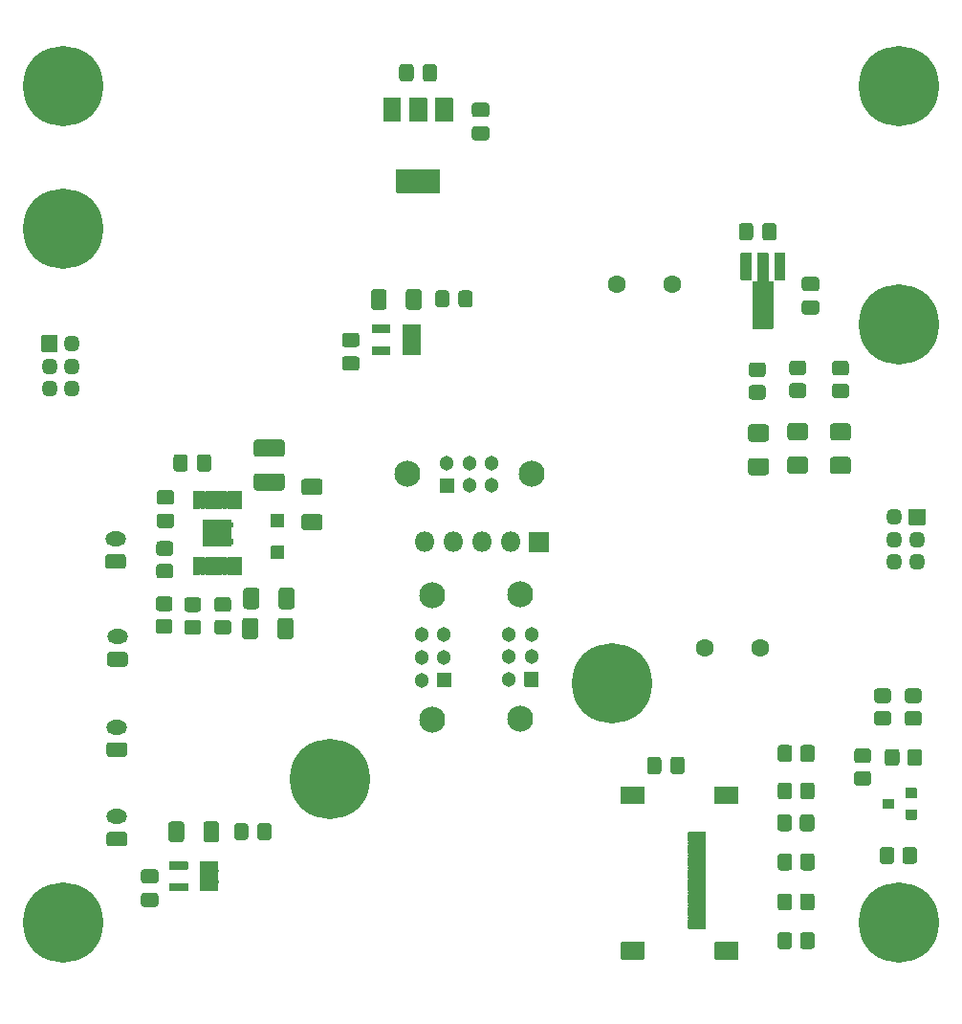
<source format=gbr>
G04 #@! TF.GenerationSoftware,KiCad,Pcbnew,(5.1.9)-1*
G04 #@! TF.CreationDate,2021-07-15T19:39:11-04:00*
G04 #@! TF.ProjectId,payload2020_base_board,7061796c-6f61-4643-9230-32305f626173,rev?*
G04 #@! TF.SameCoordinates,Original*
G04 #@! TF.FileFunction,Soldermask,Top*
G04 #@! TF.FilePolarity,Negative*
%FSLAX46Y46*%
G04 Gerber Fmt 4.6, Leading zero omitted, Abs format (unit mm)*
G04 Created by KiCad (PCBNEW (5.1.9)-1) date 2021-07-15 19:39:11*
%MOMM*%
%LPD*%
G01*
G04 APERTURE LIST*
%ADD10C,0.100000*%
%ADD11O,1.452000X1.452000*%
%ADD12C,7.102000*%
%ADD13C,1.602000*%
%ADD14O,1.852000X1.302000*%
%ADD15C,2.302000*%
%ADD16C,1.302000*%
%ADD17O,1.802000X1.802000*%
G04 APERTURE END LIST*
D10*
G36*
X120744620Y-111929000D02*
G01*
X120844620Y-111929000D01*
X120844620Y-112279000D01*
X120744620Y-112279000D01*
X120744620Y-111929000D01*
G37*
X120744620Y-111929000D02*
X120844620Y-111929000D01*
X120844620Y-112279000D01*
X120744620Y-112279000D01*
X120744620Y-111929000D01*
G36*
X120744620Y-110829000D02*
G01*
X120844620Y-110829000D01*
X120844620Y-110479000D01*
X120744620Y-110479000D01*
X120744620Y-110829000D01*
G37*
X120744620Y-110829000D02*
X120844620Y-110829000D01*
X120844620Y-110479000D01*
X120744620Y-110479000D01*
X120744620Y-110829000D01*
G36*
X118284620Y-110829000D02*
G01*
X118184620Y-110829000D01*
X118184620Y-110479000D01*
X118284620Y-110479000D01*
X118284620Y-110829000D01*
G37*
X118284620Y-110829000D02*
X118184620Y-110829000D01*
X118184620Y-110479000D01*
X118284620Y-110479000D01*
X118284620Y-110829000D01*
G36*
X118284620Y-111929000D02*
G01*
X118184620Y-111929000D01*
X118184620Y-112279000D01*
X118284620Y-112279000D01*
X118284620Y-111929000D01*
G37*
X118284620Y-111929000D02*
X118184620Y-111929000D01*
X118184620Y-112279000D01*
X118284620Y-112279000D01*
X118284620Y-111929000D01*
G36*
X120744620Y-111929000D02*
G01*
X120844620Y-111929000D01*
X120844620Y-112279000D01*
X120744620Y-112279000D01*
X120744620Y-111929000D01*
G37*
X120744620Y-111929000D02*
X120844620Y-111929000D01*
X120844620Y-112279000D01*
X120744620Y-112279000D01*
X120744620Y-111929000D01*
G36*
X120744620Y-110829000D02*
G01*
X120844620Y-110829000D01*
X120844620Y-110479000D01*
X120744620Y-110479000D01*
X120744620Y-110829000D01*
G37*
X120744620Y-110829000D02*
X120844620Y-110829000D01*
X120844620Y-110479000D01*
X120744620Y-110479000D01*
X120744620Y-110829000D01*
G36*
X118284620Y-110829000D02*
G01*
X118184620Y-110829000D01*
X118184620Y-110479000D01*
X118284620Y-110479000D01*
X118284620Y-110829000D01*
G37*
X118284620Y-110829000D02*
X118184620Y-110829000D01*
X118184620Y-110479000D01*
X118284620Y-110479000D01*
X118284620Y-110829000D01*
G36*
X118284620Y-111929000D02*
G01*
X118184620Y-111929000D01*
X118184620Y-112279000D01*
X118284620Y-112279000D01*
X118284620Y-111929000D01*
G37*
X118284620Y-111929000D02*
X118184620Y-111929000D01*
X118184620Y-112279000D01*
X118284620Y-112279000D01*
X118284620Y-111929000D01*
G36*
G01*
X180747000Y-110641000D02*
X180747000Y-109291000D01*
G75*
G02*
X180798000Y-109240000I51000J0D01*
G01*
X182148000Y-109240000D01*
G75*
G02*
X182199000Y-109291000I0J-51000D01*
G01*
X182199000Y-110641000D01*
G75*
G02*
X182148000Y-110692000I-51000J0D01*
G01*
X180798000Y-110692000D01*
G75*
G02*
X180747000Y-110641000I0J51000D01*
G01*
G37*
D11*
X181473000Y-111966000D03*
X181473000Y-113966000D03*
X179473000Y-109966000D03*
X179473000Y-111966000D03*
X179473000Y-113966000D03*
X106654600Y-98628200D03*
X106654600Y-96628200D03*
X106654600Y-94628200D03*
X104654600Y-98628200D03*
X104654600Y-96628200D03*
G36*
G01*
X103928600Y-95303200D02*
X103928600Y-93953200D01*
G75*
G02*
X103979600Y-93902200I51000J0D01*
G01*
X105329600Y-93902200D01*
G75*
G02*
X105380600Y-93953200I0J-51000D01*
G01*
X105380600Y-95303200D01*
G75*
G02*
X105329600Y-95354200I-51000J0D01*
G01*
X103979600Y-95354200D01*
G75*
G02*
X103928600Y-95303200I0J51000D01*
G01*
G37*
G36*
G01*
X127207242Y-109713400D02*
X128570758Y-109713400D01*
G75*
G02*
X128840000Y-109982642I0J-269242D01*
G01*
X128840000Y-110871158D01*
G75*
G02*
X128570758Y-111140400I-269242J0D01*
G01*
X127207242Y-111140400D01*
G75*
G02*
X126938000Y-110871158I0J269242D01*
G01*
X126938000Y-109982642D01*
G75*
G02*
X127207242Y-109713400I269242J0D01*
G01*
G37*
G36*
G01*
X127207242Y-106588400D02*
X128570758Y-106588400D01*
G75*
G02*
X128840000Y-106857642I0J-269242D01*
G01*
X128840000Y-107746158D01*
G75*
G02*
X128570758Y-108015400I-269242J0D01*
G01*
X127207242Y-108015400D01*
G75*
G02*
X126938000Y-107746158I0J269242D01*
G01*
X126938000Y-106857642D01*
G75*
G02*
X127207242Y-106588400I269242J0D01*
G01*
G37*
G36*
G01*
X123141500Y-119155442D02*
X123141500Y-120518958D01*
G75*
G02*
X122872258Y-120788200I-269242J0D01*
G01*
X121983742Y-120788200D01*
G75*
G02*
X121714500Y-120518958I0J269242D01*
G01*
X121714500Y-119155442D01*
G75*
G02*
X121983742Y-118886200I269242J0D01*
G01*
X122872258Y-118886200D01*
G75*
G02*
X123141500Y-119155442I0J-269242D01*
G01*
G37*
G36*
G01*
X126266500Y-119155442D02*
X126266500Y-120518958D01*
G75*
G02*
X125997258Y-120788200I-269242J0D01*
G01*
X125108742Y-120788200D01*
G75*
G02*
X124839500Y-120518958I0J269242D01*
G01*
X124839500Y-119155442D01*
G75*
G02*
X125108742Y-118886200I269242J0D01*
G01*
X125997258Y-118886200D01*
G75*
G02*
X126266500Y-119155442I0J-269242D01*
G01*
G37*
G36*
G01*
X123243100Y-116488442D02*
X123243100Y-117851958D01*
G75*
G02*
X122973858Y-118121200I-269242J0D01*
G01*
X122085342Y-118121200D01*
G75*
G02*
X121816100Y-117851958I0J269242D01*
G01*
X121816100Y-116488442D01*
G75*
G02*
X122085342Y-116219200I269242J0D01*
G01*
X122973858Y-116219200D01*
G75*
G02*
X123243100Y-116488442I0J-269242D01*
G01*
G37*
G36*
G01*
X126368100Y-116488442D02*
X126368100Y-117851958D01*
G75*
G02*
X126098858Y-118121200I-269242J0D01*
G01*
X125210342Y-118121200D01*
G75*
G02*
X124941100Y-117851958I0J269242D01*
G01*
X124941100Y-116488442D01*
G75*
G02*
X125210342Y-116219200I269242J0D01*
G01*
X126098858Y-116219200D01*
G75*
G02*
X126368100Y-116488442I0J-269242D01*
G01*
G37*
G36*
G01*
X136210680Y-91382646D02*
X136210680Y-90069874D01*
G75*
G02*
X136480294Y-89800260I269614J0D01*
G01*
X137343066Y-89800260D01*
G75*
G02*
X137612680Y-90069874I0J-269614D01*
G01*
X137612680Y-91382646D01*
G75*
G02*
X137343066Y-91652260I-269614J0D01*
G01*
X136480294Y-91652260D01*
G75*
G02*
X136210680Y-91382646I0J269614D01*
G01*
G37*
G36*
G01*
X133110680Y-91382646D02*
X133110680Y-90069874D01*
G75*
G02*
X133380294Y-89800260I269614J0D01*
G01*
X134243066Y-89800260D01*
G75*
G02*
X134512680Y-90069874I0J-269614D01*
G01*
X134512680Y-91382646D01*
G75*
G02*
X134243066Y-91652260I-269614J0D01*
G01*
X133380294Y-91652260D01*
G75*
G02*
X133110680Y-91382646I0J269614D01*
G01*
G37*
G36*
G01*
X118280820Y-138476786D02*
X118280820Y-137164014D01*
G75*
G02*
X118550434Y-136894400I269614J0D01*
G01*
X119413206Y-136894400D01*
G75*
G02*
X119682820Y-137164014I0J-269614D01*
G01*
X119682820Y-138476786D01*
G75*
G02*
X119413206Y-138746400I-269614J0D01*
G01*
X118550434Y-138746400D01*
G75*
G02*
X118280820Y-138476786I0J269614D01*
G01*
G37*
G36*
G01*
X115180820Y-138476786D02*
X115180820Y-137164014D01*
G75*
G02*
X115450434Y-136894400I269614J0D01*
G01*
X116313206Y-136894400D01*
G75*
G02*
X116582820Y-137164014I0J-269614D01*
G01*
X116582820Y-138476786D01*
G75*
G02*
X116313206Y-138746400I-269614J0D01*
G01*
X115450434Y-138746400D01*
G75*
G02*
X115180820Y-138476786I0J269614D01*
G01*
G37*
D12*
X179854000Y-145818000D03*
X179854000Y-71818000D03*
X179854000Y-92948000D03*
X105854000Y-71818000D03*
X129494000Y-133138000D03*
G36*
G01*
X174208748Y-96155000D02*
X175168252Y-96155000D01*
G75*
G02*
X175439500Y-96426248I0J-271248D01*
G01*
X175439500Y-97185752D01*
G75*
G02*
X175168252Y-97457000I-271248J0D01*
G01*
X174208748Y-97457000D01*
G75*
G02*
X173937500Y-97185752I0J271248D01*
G01*
X173937500Y-96426248D01*
G75*
G02*
X174208748Y-96155000I271248J0D01*
G01*
G37*
G36*
G01*
X174208748Y-98155000D02*
X175168252Y-98155000D01*
G75*
G02*
X175439500Y-98426248I0J-271248D01*
G01*
X175439500Y-99185752D01*
G75*
G02*
X175168252Y-99457000I-271248J0D01*
G01*
X174208748Y-99457000D01*
G75*
G02*
X173937500Y-99185752I0J271248D01*
G01*
X173937500Y-98426248D01*
G75*
G02*
X174208748Y-98155000I271248J0D01*
G01*
G37*
G36*
G01*
X161242000Y-137805000D02*
X162742000Y-137805000D01*
G75*
G02*
X162793000Y-137856000I0J-51000D01*
G01*
X162793000Y-138656000D01*
G75*
G02*
X162742000Y-138707000I-51000J0D01*
G01*
X161242000Y-138707000D01*
G75*
G02*
X161191000Y-138656000I0J51000D01*
G01*
X161191000Y-137856000D01*
G75*
G02*
X161242000Y-137805000I51000J0D01*
G01*
G37*
G36*
G01*
X161242000Y-138905000D02*
X162742000Y-138905000D01*
G75*
G02*
X162793000Y-138956000I0J-51000D01*
G01*
X162793000Y-139756000D01*
G75*
G02*
X162742000Y-139807000I-51000J0D01*
G01*
X161242000Y-139807000D01*
G75*
G02*
X161191000Y-139756000I0J51000D01*
G01*
X161191000Y-138956000D01*
G75*
G02*
X161242000Y-138905000I51000J0D01*
G01*
G37*
G36*
G01*
X161242000Y-140015000D02*
X162742000Y-140015000D01*
G75*
G02*
X162793000Y-140066000I0J-51000D01*
G01*
X162793000Y-140866000D01*
G75*
G02*
X162742000Y-140917000I-51000J0D01*
G01*
X161242000Y-140917000D01*
G75*
G02*
X161191000Y-140866000I0J51000D01*
G01*
X161191000Y-140066000D01*
G75*
G02*
X161242000Y-140015000I51000J0D01*
G01*
G37*
G36*
G01*
X161242000Y-141105000D02*
X162742000Y-141105000D01*
G75*
G02*
X162793000Y-141156000I0J-51000D01*
G01*
X162793000Y-141956000D01*
G75*
G02*
X162742000Y-142007000I-51000J0D01*
G01*
X161242000Y-142007000D01*
G75*
G02*
X161191000Y-141956000I0J51000D01*
G01*
X161191000Y-141156000D01*
G75*
G02*
X161242000Y-141105000I51000J0D01*
G01*
G37*
G36*
G01*
X161232000Y-142205000D02*
X162732000Y-142205000D01*
G75*
G02*
X162783000Y-142256000I0J-51000D01*
G01*
X162783000Y-143056000D01*
G75*
G02*
X162732000Y-143107000I-51000J0D01*
G01*
X161232000Y-143107000D01*
G75*
G02*
X161181000Y-143056000I0J51000D01*
G01*
X161181000Y-142256000D01*
G75*
G02*
X161232000Y-142205000I51000J0D01*
G01*
G37*
G36*
G01*
X161242000Y-143305000D02*
X162742000Y-143305000D01*
G75*
G02*
X162793000Y-143356000I0J-51000D01*
G01*
X162793000Y-144156000D01*
G75*
G02*
X162742000Y-144207000I-51000J0D01*
G01*
X161242000Y-144207000D01*
G75*
G02*
X161191000Y-144156000I0J51000D01*
G01*
X161191000Y-143356000D01*
G75*
G02*
X161242000Y-143305000I51000J0D01*
G01*
G37*
G36*
G01*
X161242000Y-144405000D02*
X162742000Y-144405000D01*
G75*
G02*
X162793000Y-144456000I0J-51000D01*
G01*
X162793000Y-145256000D01*
G75*
G02*
X162742000Y-145307000I-51000J0D01*
G01*
X161242000Y-145307000D01*
G75*
G02*
X161191000Y-145256000I0J51000D01*
G01*
X161191000Y-144456000D01*
G75*
G02*
X161242000Y-144405000I51000J0D01*
G01*
G37*
G36*
G01*
X161242000Y-145505000D02*
X162742000Y-145505000D01*
G75*
G02*
X162793000Y-145556000I0J-51000D01*
G01*
X162793000Y-146356000D01*
G75*
G02*
X162742000Y-146407000I-51000J0D01*
G01*
X161242000Y-146407000D01*
G75*
G02*
X161191000Y-146356000I0J51000D01*
G01*
X161191000Y-145556000D01*
G75*
G02*
X161242000Y-145505000I51000J0D01*
G01*
G37*
G36*
G01*
X155292000Y-147560000D02*
X157292000Y-147560000D01*
G75*
G02*
X157343000Y-147611000I0J-51000D01*
G01*
X157343000Y-149061000D01*
G75*
G02*
X157292000Y-149112000I-51000J0D01*
G01*
X155292000Y-149112000D01*
G75*
G02*
X155241000Y-149061000I0J51000D01*
G01*
X155241000Y-147611000D01*
G75*
G02*
X155292000Y-147560000I51000J0D01*
G01*
G37*
G36*
G01*
X155292000Y-133810000D02*
X157292000Y-133810000D01*
G75*
G02*
X157343000Y-133861000I0J-51000D01*
G01*
X157343000Y-135311000D01*
G75*
G02*
X157292000Y-135362000I-51000J0D01*
G01*
X155292000Y-135362000D01*
G75*
G02*
X155241000Y-135311000I0J51000D01*
G01*
X155241000Y-133861000D01*
G75*
G02*
X155292000Y-133810000I51000J0D01*
G01*
G37*
G36*
G01*
X163592000Y-133810000D02*
X165592000Y-133810000D01*
G75*
G02*
X165643000Y-133861000I0J-51000D01*
G01*
X165643000Y-135311000D01*
G75*
G02*
X165592000Y-135362000I-51000J0D01*
G01*
X163592000Y-135362000D01*
G75*
G02*
X163541000Y-135311000I0J51000D01*
G01*
X163541000Y-133861000D01*
G75*
G02*
X163592000Y-133810000I51000J0D01*
G01*
G37*
G36*
G01*
X163592000Y-147560000D02*
X165592000Y-147560000D01*
G75*
G02*
X165643000Y-147611000I0J-51000D01*
G01*
X165643000Y-149061000D01*
G75*
G02*
X165592000Y-149112000I-51000J0D01*
G01*
X163592000Y-149112000D01*
G75*
G02*
X163541000Y-149061000I0J51000D01*
G01*
X163541000Y-147611000D01*
G75*
G02*
X163592000Y-147560000I51000J0D01*
G01*
G37*
X154454000Y-124698000D03*
X105854000Y-145818000D03*
X105854000Y-84498000D03*
G36*
G01*
X138969440Y-70163582D02*
X138969440Y-71172178D01*
G75*
G02*
X138697738Y-71443880I-271702J0D01*
G01*
X137964142Y-71443880D01*
G75*
G02*
X137692440Y-71172178I0J271702D01*
G01*
X137692440Y-70163582D01*
G75*
G02*
X137964142Y-69891880I271702J0D01*
G01*
X138697738Y-69891880D01*
G75*
G02*
X138969440Y-70163582I0J-271702D01*
G01*
G37*
G36*
G01*
X136894440Y-70163582D02*
X136894440Y-71172178D01*
G75*
G02*
X136622738Y-71443880I-271702J0D01*
G01*
X135889142Y-71443880D01*
G75*
G02*
X135617440Y-71172178I0J271702D01*
G01*
X135617440Y-70163582D01*
G75*
G02*
X135889142Y-69891880I271702J0D01*
G01*
X136622738Y-69891880D01*
G75*
G02*
X136894440Y-70163582I0J-271702D01*
G01*
G37*
G36*
G01*
X142319902Y-73312420D02*
X143328498Y-73312420D01*
G75*
G02*
X143600200Y-73584122I0J-271702D01*
G01*
X143600200Y-74317718D01*
G75*
G02*
X143328498Y-74589420I-271702J0D01*
G01*
X142319902Y-74589420D01*
G75*
G02*
X142048200Y-74317718I0J271702D01*
G01*
X142048200Y-73584122D01*
G75*
G02*
X142319902Y-73312420I271702J0D01*
G01*
G37*
G36*
G01*
X142319902Y-75387420D02*
X143328498Y-75387420D01*
G75*
G02*
X143600200Y-75659122I0J-271702D01*
G01*
X143600200Y-76392718D01*
G75*
G02*
X143328498Y-76664420I-271702J0D01*
G01*
X142319902Y-76664420D01*
G75*
G02*
X142048200Y-76392718I0J271702D01*
G01*
X142048200Y-75659122D01*
G75*
G02*
X142319902Y-75387420I271702J0D01*
G01*
G37*
G36*
G01*
X135389540Y-79203240D02*
X139189540Y-79203240D01*
G75*
G02*
X139240540Y-79254240I0J-51000D01*
G01*
X139240540Y-81254240D01*
G75*
G02*
X139189540Y-81305240I-51000J0D01*
G01*
X135389540Y-81305240D01*
G75*
G02*
X135338540Y-81254240I0J51000D01*
G01*
X135338540Y-79254240D01*
G75*
G02*
X135389540Y-79203240I51000J0D01*
G01*
G37*
G36*
G01*
X136539540Y-72903240D02*
X138039540Y-72903240D01*
G75*
G02*
X138090540Y-72954240I0J-51000D01*
G01*
X138090540Y-74954240D01*
G75*
G02*
X138039540Y-75005240I-51000J0D01*
G01*
X136539540Y-75005240D01*
G75*
G02*
X136488540Y-74954240I0J51000D01*
G01*
X136488540Y-72954240D01*
G75*
G02*
X136539540Y-72903240I51000J0D01*
G01*
G37*
G36*
G01*
X134239540Y-72903240D02*
X135739540Y-72903240D01*
G75*
G02*
X135790540Y-72954240I0J-51000D01*
G01*
X135790540Y-74954240D01*
G75*
G02*
X135739540Y-75005240I-51000J0D01*
G01*
X134239540Y-75005240D01*
G75*
G02*
X134188540Y-74954240I0J51000D01*
G01*
X134188540Y-72954240D01*
G75*
G02*
X134239540Y-72903240I51000J0D01*
G01*
G37*
G36*
G01*
X138839540Y-72903240D02*
X140339540Y-72903240D01*
G75*
G02*
X140390540Y-72954240I0J-51000D01*
G01*
X140390540Y-74954240D01*
G75*
G02*
X140339540Y-75005240I-51000J0D01*
G01*
X138839540Y-75005240D01*
G75*
G02*
X138788540Y-74954240I0J51000D01*
G01*
X138788540Y-72954240D01*
G75*
G02*
X138839540Y-72903240I51000J0D01*
G01*
G37*
D13*
X154886000Y-89357200D03*
X159766000Y-89357200D03*
X162709200Y-121513600D03*
X167589200Y-121513600D03*
G36*
G01*
X118284620Y-110173000D02*
X120744620Y-110173000D01*
G75*
G02*
X120795620Y-110224000I0J-51000D01*
G01*
X120795620Y-112534000D01*
G75*
G02*
X120744620Y-112585000I-51000J0D01*
G01*
X118284620Y-112585000D01*
G75*
G02*
X118233620Y-112534000I0J51000D01*
G01*
X118233620Y-110224000D01*
G75*
G02*
X118284620Y-110173000I51000J0D01*
G01*
G37*
G36*
G01*
X121286854Y-113512400D02*
X121642454Y-113512400D01*
G75*
G02*
X121693454Y-113563400I0J-51000D01*
G01*
X121693454Y-115036600D01*
G75*
G02*
X121642454Y-115087600I-51000J0D01*
G01*
X121286854Y-115087600D01*
G75*
G02*
X121235854Y-115036600I0J51000D01*
G01*
X121235854Y-113563400D01*
G75*
G02*
X121286854Y-113512400I51000J0D01*
G01*
G37*
G36*
G01*
X120636843Y-113512400D02*
X120992443Y-113512400D01*
G75*
G02*
X121043443Y-113563400I0J-51000D01*
G01*
X121043443Y-115036600D01*
G75*
G02*
X120992443Y-115087600I-51000J0D01*
G01*
X120636843Y-115087600D01*
G75*
G02*
X120585843Y-115036600I0J51000D01*
G01*
X120585843Y-113563400D01*
G75*
G02*
X120636843Y-113512400I51000J0D01*
G01*
G37*
G36*
G01*
X119986831Y-113512400D02*
X120342431Y-113512400D01*
G75*
G02*
X120393431Y-113563400I0J-51000D01*
G01*
X120393431Y-115036600D01*
G75*
G02*
X120342431Y-115087600I-51000J0D01*
G01*
X119986831Y-115087600D01*
G75*
G02*
X119935831Y-115036600I0J51000D01*
G01*
X119935831Y-113563400D01*
G75*
G02*
X119986831Y-113512400I51000J0D01*
G01*
G37*
G36*
G01*
X119336820Y-113512400D02*
X119692420Y-113512400D01*
G75*
G02*
X119743420Y-113563400I0J-51000D01*
G01*
X119743420Y-115036600D01*
G75*
G02*
X119692420Y-115087600I-51000J0D01*
G01*
X119336820Y-115087600D01*
G75*
G02*
X119285820Y-115036600I0J51000D01*
G01*
X119285820Y-113563400D01*
G75*
G02*
X119336820Y-113512400I51000J0D01*
G01*
G37*
G36*
G01*
X118686809Y-113512400D02*
X119042409Y-113512400D01*
G75*
G02*
X119093409Y-113563400I0J-51000D01*
G01*
X119093409Y-115036600D01*
G75*
G02*
X119042409Y-115087600I-51000J0D01*
G01*
X118686809Y-115087600D01*
G75*
G02*
X118635809Y-115036600I0J51000D01*
G01*
X118635809Y-113563400D01*
G75*
G02*
X118686809Y-113512400I51000J0D01*
G01*
G37*
G36*
G01*
X118036797Y-113512400D02*
X118392397Y-113512400D01*
G75*
G02*
X118443397Y-113563400I0J-51000D01*
G01*
X118443397Y-115036600D01*
G75*
G02*
X118392397Y-115087600I-51000J0D01*
G01*
X118036797Y-115087600D01*
G75*
G02*
X117985797Y-115036600I0J51000D01*
G01*
X117985797Y-113563400D01*
G75*
G02*
X118036797Y-113512400I51000J0D01*
G01*
G37*
G36*
G01*
X117386786Y-113512400D02*
X117742386Y-113512400D01*
G75*
G02*
X117793386Y-113563400I0J-51000D01*
G01*
X117793386Y-115036600D01*
G75*
G02*
X117742386Y-115087600I-51000J0D01*
G01*
X117386786Y-115087600D01*
G75*
G02*
X117335786Y-115036600I0J51000D01*
G01*
X117335786Y-113563400D01*
G75*
G02*
X117386786Y-113512400I51000J0D01*
G01*
G37*
G36*
G01*
X117386786Y-107670400D02*
X117742386Y-107670400D01*
G75*
G02*
X117793386Y-107721400I0J-51000D01*
G01*
X117793386Y-109194600D01*
G75*
G02*
X117742386Y-109245600I-51000J0D01*
G01*
X117386786Y-109245600D01*
G75*
G02*
X117335786Y-109194600I0J51000D01*
G01*
X117335786Y-107721400D01*
G75*
G02*
X117386786Y-107670400I51000J0D01*
G01*
G37*
G36*
G01*
X118036797Y-107670400D02*
X118392397Y-107670400D01*
G75*
G02*
X118443397Y-107721400I0J-51000D01*
G01*
X118443397Y-109194600D01*
G75*
G02*
X118392397Y-109245600I-51000J0D01*
G01*
X118036797Y-109245600D01*
G75*
G02*
X117985797Y-109194600I0J51000D01*
G01*
X117985797Y-107721400D01*
G75*
G02*
X118036797Y-107670400I51000J0D01*
G01*
G37*
G36*
G01*
X118686809Y-107670400D02*
X119042409Y-107670400D01*
G75*
G02*
X119093409Y-107721400I0J-51000D01*
G01*
X119093409Y-109194600D01*
G75*
G02*
X119042409Y-109245600I-51000J0D01*
G01*
X118686809Y-109245600D01*
G75*
G02*
X118635809Y-109194600I0J51000D01*
G01*
X118635809Y-107721400D01*
G75*
G02*
X118686809Y-107670400I51000J0D01*
G01*
G37*
G36*
G01*
X119336820Y-107670400D02*
X119692420Y-107670400D01*
G75*
G02*
X119743420Y-107721400I0J-51000D01*
G01*
X119743420Y-109194600D01*
G75*
G02*
X119692420Y-109245600I-51000J0D01*
G01*
X119336820Y-109245600D01*
G75*
G02*
X119285820Y-109194600I0J51000D01*
G01*
X119285820Y-107721400D01*
G75*
G02*
X119336820Y-107670400I51000J0D01*
G01*
G37*
G36*
G01*
X119986831Y-107670400D02*
X120342431Y-107670400D01*
G75*
G02*
X120393431Y-107721400I0J-51000D01*
G01*
X120393431Y-109194600D01*
G75*
G02*
X120342431Y-109245600I-51000J0D01*
G01*
X119986831Y-109245600D01*
G75*
G02*
X119935831Y-109194600I0J51000D01*
G01*
X119935831Y-107721400D01*
G75*
G02*
X119986831Y-107670400I51000J0D01*
G01*
G37*
G36*
G01*
X120636843Y-107670400D02*
X120992443Y-107670400D01*
G75*
G02*
X121043443Y-107721400I0J-51000D01*
G01*
X121043443Y-109194600D01*
G75*
G02*
X120992443Y-109245600I-51000J0D01*
G01*
X120636843Y-109245600D01*
G75*
G02*
X120585843Y-109194600I0J51000D01*
G01*
X120585843Y-107721400D01*
G75*
G02*
X120636843Y-107670400I51000J0D01*
G01*
G37*
G36*
G01*
X121286854Y-107670400D02*
X121642454Y-107670400D01*
G75*
G02*
X121693454Y-107721400I0J-51000D01*
G01*
X121693454Y-109194600D01*
G75*
G02*
X121642454Y-109245600I-51000J0D01*
G01*
X121286854Y-109245600D01*
G75*
G02*
X121235854Y-109194600I0J51000D01*
G01*
X121235854Y-107721400D01*
G75*
G02*
X121286854Y-107670400I51000J0D01*
G01*
G37*
G36*
G01*
X168870340Y-86610740D02*
X169770340Y-86610740D01*
G75*
G02*
X169821340Y-86661740I0J-51000D01*
G01*
X169821340Y-88961740D01*
G75*
G02*
X169770340Y-89012740I-51000J0D01*
G01*
X168870340Y-89012740D01*
G75*
G02*
X168819340Y-88961740I0J51000D01*
G01*
X168819340Y-86661740D01*
G75*
G02*
X168870340Y-86610740I51000J0D01*
G01*
G37*
G36*
G01*
X165870340Y-86610740D02*
X166770340Y-86610740D01*
G75*
G02*
X166821340Y-86661740I0J-51000D01*
G01*
X166821340Y-88961740D01*
G75*
G02*
X166770340Y-89012740I-51000J0D01*
G01*
X165870340Y-89012740D01*
G75*
G02*
X165819340Y-88961740I0J51000D01*
G01*
X165819340Y-86661740D01*
G75*
G02*
X165870340Y-86610740I51000J0D01*
G01*
G37*
D10*
G36*
X168736860Y-93271690D02*
G01*
X168733958Y-93281257D01*
X168729245Y-93290074D01*
X168722902Y-93297802D01*
X168715174Y-93304145D01*
X168706357Y-93308858D01*
X168696790Y-93311760D01*
X168686840Y-93312740D01*
X166953840Y-93312740D01*
X166943890Y-93311760D01*
X166934323Y-93308858D01*
X166925506Y-93304145D01*
X166917778Y-93297802D01*
X166911435Y-93290074D01*
X166906722Y-93281257D01*
X166903820Y-93271690D01*
X166902840Y-93261740D01*
X166902840Y-89136740D01*
X166903820Y-89126790D01*
X166906722Y-89117223D01*
X166911435Y-89108406D01*
X166917778Y-89100678D01*
X166925506Y-89094335D01*
X166934323Y-89089622D01*
X166943890Y-89086720D01*
X166953840Y-89085740D01*
X167319340Y-89085740D01*
X167319340Y-86661740D01*
X167320320Y-86651790D01*
X167323222Y-86642223D01*
X167327935Y-86633406D01*
X167334278Y-86625678D01*
X167342006Y-86619335D01*
X167350823Y-86614622D01*
X167360390Y-86611720D01*
X167370340Y-86610740D01*
X168270340Y-86610740D01*
X168280290Y-86611720D01*
X168289857Y-86614622D01*
X168298674Y-86619335D01*
X168306402Y-86625678D01*
X168312745Y-86633406D01*
X168317458Y-86642223D01*
X168320360Y-86651790D01*
X168321340Y-86661740D01*
X168321340Y-89085740D01*
X168686840Y-89085740D01*
X168696790Y-89086720D01*
X168706357Y-89089622D01*
X168715174Y-89094335D01*
X168722902Y-89100678D01*
X168729245Y-89108406D01*
X168733958Y-89117223D01*
X168736860Y-89126790D01*
X168737840Y-89136740D01*
X168737840Y-93261740D01*
X168736860Y-93271690D01*
G37*
G36*
G01*
X134851580Y-94902219D02*
X134851580Y-95552221D01*
G75*
G02*
X134800581Y-95603220I-50999J0D01*
G01*
X133240579Y-95603220D01*
G75*
G02*
X133189580Y-95552221I0J50999D01*
G01*
X133189580Y-94902219D01*
G75*
G02*
X133240579Y-94851220I50999J0D01*
G01*
X134800581Y-94851220D01*
G75*
G02*
X134851580Y-94902219I0J-50999D01*
G01*
G37*
G36*
G01*
X134851580Y-93002219D02*
X134851580Y-93652221D01*
G75*
G02*
X134800581Y-93703220I-50999J0D01*
G01*
X133240579Y-93703220D01*
G75*
G02*
X133189580Y-93652221I0J50999D01*
G01*
X133189580Y-93002219D01*
G75*
G02*
X133240579Y-92951220I50999J0D01*
G01*
X134800581Y-92951220D01*
G75*
G02*
X134851580Y-93002219I0J-50999D01*
G01*
G37*
G36*
G01*
X137551580Y-93002219D02*
X137551580Y-93652221D01*
G75*
G02*
X137500581Y-93703220I-50999J0D01*
G01*
X135940579Y-93703220D01*
G75*
G02*
X135889580Y-93652221I0J50999D01*
G01*
X135889580Y-93002219D01*
G75*
G02*
X135940579Y-92951220I50999J0D01*
G01*
X137500581Y-92951220D01*
G75*
G02*
X137551580Y-93002219I0J-50999D01*
G01*
G37*
G36*
G01*
X137551580Y-93952219D02*
X137551580Y-94602221D01*
G75*
G02*
X137500581Y-94653220I-50999J0D01*
G01*
X135940579Y-94653220D01*
G75*
G02*
X135889580Y-94602221I0J50999D01*
G01*
X135889580Y-93952219D01*
G75*
G02*
X135940579Y-93901220I50999J0D01*
G01*
X137500581Y-93901220D01*
G75*
G02*
X137551580Y-93952219I0J-50999D01*
G01*
G37*
G36*
G01*
X137551580Y-94902219D02*
X137551580Y-95552221D01*
G75*
G02*
X137500581Y-95603220I-50999J0D01*
G01*
X135940579Y-95603220D01*
G75*
G02*
X135889580Y-95552221I0J50999D01*
G01*
X135889580Y-94902219D01*
G75*
G02*
X135940579Y-94851220I50999J0D01*
G01*
X137500581Y-94851220D01*
G75*
G02*
X137551580Y-94902219I0J-50999D01*
G01*
G37*
G36*
G01*
X116919180Y-142384939D02*
X116919180Y-143034941D01*
G75*
G02*
X116868181Y-143085940I-50999J0D01*
G01*
X115308179Y-143085940D01*
G75*
G02*
X115257180Y-143034941I0J50999D01*
G01*
X115257180Y-142384939D01*
G75*
G02*
X115308179Y-142333940I50999J0D01*
G01*
X116868181Y-142333940D01*
G75*
G02*
X116919180Y-142384939I0J-50999D01*
G01*
G37*
G36*
G01*
X116919180Y-140484939D02*
X116919180Y-141134941D01*
G75*
G02*
X116868181Y-141185940I-50999J0D01*
G01*
X115308179Y-141185940D01*
G75*
G02*
X115257180Y-141134941I0J50999D01*
G01*
X115257180Y-140484939D01*
G75*
G02*
X115308179Y-140433940I50999J0D01*
G01*
X116868181Y-140433940D01*
G75*
G02*
X116919180Y-140484939I0J-50999D01*
G01*
G37*
G36*
G01*
X119619180Y-140484939D02*
X119619180Y-141134941D01*
G75*
G02*
X119568181Y-141185940I-50999J0D01*
G01*
X118008179Y-141185940D01*
G75*
G02*
X117957180Y-141134941I0J50999D01*
G01*
X117957180Y-140484939D01*
G75*
G02*
X118008179Y-140433940I50999J0D01*
G01*
X119568181Y-140433940D01*
G75*
G02*
X119619180Y-140484939I0J-50999D01*
G01*
G37*
G36*
G01*
X119619180Y-141434939D02*
X119619180Y-142084941D01*
G75*
G02*
X119568181Y-142135940I-50999J0D01*
G01*
X118008179Y-142135940D01*
G75*
G02*
X117957180Y-142084941I0J50999D01*
G01*
X117957180Y-141434939D01*
G75*
G02*
X118008179Y-141383940I50999J0D01*
G01*
X119568181Y-141383940D01*
G75*
G02*
X119619180Y-141434939I0J-50999D01*
G01*
G37*
G36*
G01*
X119619180Y-142384939D02*
X119619180Y-143034941D01*
G75*
G02*
X119568181Y-143085940I-50999J0D01*
G01*
X118008179Y-143085940D01*
G75*
G02*
X117957180Y-143034941I0J50999D01*
G01*
X117957180Y-142384939D01*
G75*
G02*
X118008179Y-142333940I50999J0D01*
G01*
X119568181Y-142333940D01*
G75*
G02*
X119619180Y-142384939I0J-50999D01*
G01*
G37*
G36*
G01*
X181609692Y-126435100D02*
X180650188Y-126435100D01*
G75*
G02*
X180378940Y-126163852I0J271248D01*
G01*
X180378940Y-125404348D01*
G75*
G02*
X180650188Y-125133100I271248J0D01*
G01*
X181609692Y-125133100D01*
G75*
G02*
X181880940Y-125404348I0J-271248D01*
G01*
X181880940Y-126163852D01*
G75*
G02*
X181609692Y-126435100I-271248J0D01*
G01*
G37*
G36*
G01*
X181609692Y-128435100D02*
X180650188Y-128435100D01*
G75*
G02*
X180378940Y-128163852I0J271248D01*
G01*
X180378940Y-127404348D01*
G75*
G02*
X180650188Y-127133100I271248J0D01*
G01*
X181609692Y-127133100D01*
G75*
G02*
X181880940Y-127404348I0J-271248D01*
G01*
X181880940Y-128163852D01*
G75*
G02*
X181609692Y-128435100I-271248J0D01*
G01*
G37*
G36*
G01*
X177940008Y-127120400D02*
X178899512Y-127120400D01*
G75*
G02*
X179170760Y-127391648I0J-271248D01*
G01*
X179170760Y-128151152D01*
G75*
G02*
X178899512Y-128422400I-271248J0D01*
G01*
X177940008Y-128422400D01*
G75*
G02*
X177668760Y-128151152I0J271248D01*
G01*
X177668760Y-127391648D01*
G75*
G02*
X177940008Y-127120400I271248J0D01*
G01*
G37*
G36*
G01*
X177940008Y-125120400D02*
X178899512Y-125120400D01*
G75*
G02*
X179170760Y-125391648I0J-271248D01*
G01*
X179170760Y-126151152D01*
G75*
G02*
X178899512Y-126422400I-271248J0D01*
G01*
X177940008Y-126422400D01*
G75*
G02*
X177668760Y-126151152I0J271248D01*
G01*
X177668760Y-125391648D01*
G75*
G02*
X177940008Y-125120400I271248J0D01*
G01*
G37*
G36*
G01*
X171117520Y-140962072D02*
X171117520Y-140002568D01*
G75*
G02*
X171388768Y-139731320I271248J0D01*
G01*
X172148272Y-139731320D01*
G75*
G02*
X172419520Y-140002568I0J-271248D01*
G01*
X172419520Y-140962072D01*
G75*
G02*
X172148272Y-141233320I-271248J0D01*
G01*
X171388768Y-141233320D01*
G75*
G02*
X171117520Y-140962072I0J271248D01*
G01*
G37*
G36*
G01*
X169117520Y-140962072D02*
X169117520Y-140002568D01*
G75*
G02*
X169388768Y-139731320I271248J0D01*
G01*
X170148272Y-139731320D01*
G75*
G02*
X170419520Y-140002568I0J-271248D01*
G01*
X170419520Y-140962072D01*
G75*
G02*
X170148272Y-141233320I-271248J0D01*
G01*
X169388768Y-141233320D01*
G75*
G02*
X169117520Y-140962072I0J271248D01*
G01*
G37*
G36*
G01*
X169111420Y-131368492D02*
X169111420Y-130408988D01*
G75*
G02*
X169382668Y-130137740I271248J0D01*
G01*
X170142172Y-130137740D01*
G75*
G02*
X170413420Y-130408988I0J-271248D01*
G01*
X170413420Y-131368492D01*
G75*
G02*
X170142172Y-131639740I-271248J0D01*
G01*
X169382668Y-131639740D01*
G75*
G02*
X169111420Y-131368492I0J271248D01*
G01*
G37*
G36*
G01*
X171111420Y-131368492D02*
X171111420Y-130408988D01*
G75*
G02*
X171382668Y-130137740I271248J0D01*
G01*
X172142172Y-130137740D01*
G75*
G02*
X172413420Y-130408988I0J-271248D01*
G01*
X172413420Y-131368492D01*
G75*
G02*
X172142172Y-131639740I-271248J0D01*
G01*
X171382668Y-131639740D01*
G75*
G02*
X171111420Y-131368492I0J271248D01*
G01*
G37*
G36*
G01*
X171102280Y-147926752D02*
X171102280Y-146967248D01*
G75*
G02*
X171373528Y-146696000I271248J0D01*
G01*
X172133032Y-146696000D01*
G75*
G02*
X172404280Y-146967248I0J-271248D01*
G01*
X172404280Y-147926752D01*
G75*
G02*
X172133032Y-148198000I-271248J0D01*
G01*
X171373528Y-148198000D01*
G75*
G02*
X171102280Y-147926752I0J271248D01*
G01*
G37*
G36*
G01*
X169102280Y-147926752D02*
X169102280Y-146967248D01*
G75*
G02*
X169373528Y-146696000I271248J0D01*
G01*
X170133032Y-146696000D01*
G75*
G02*
X170404280Y-146967248I0J-271248D01*
G01*
X170404280Y-147926752D01*
G75*
G02*
X170133032Y-148198000I-271248J0D01*
G01*
X169373528Y-148198000D01*
G75*
G02*
X169102280Y-147926752I0J271248D01*
G01*
G37*
G36*
G01*
X171102280Y-144497752D02*
X171102280Y-143538248D01*
G75*
G02*
X171373528Y-143267000I271248J0D01*
G01*
X172133032Y-143267000D01*
G75*
G02*
X172404280Y-143538248I0J-271248D01*
G01*
X172404280Y-144497752D01*
G75*
G02*
X172133032Y-144769000I-271248J0D01*
G01*
X171373528Y-144769000D01*
G75*
G02*
X171102280Y-144497752I0J271248D01*
G01*
G37*
G36*
G01*
X169102280Y-144497752D02*
X169102280Y-143538248D01*
G75*
G02*
X169373528Y-143267000I271248J0D01*
G01*
X170133032Y-143267000D01*
G75*
G02*
X170404280Y-143538248I0J-271248D01*
G01*
X170404280Y-144497752D01*
G75*
G02*
X170133032Y-144769000I-271248J0D01*
G01*
X169373528Y-144769000D01*
G75*
G02*
X169102280Y-144497752I0J271248D01*
G01*
G37*
G36*
G01*
X169079420Y-137500052D02*
X169079420Y-136540548D01*
G75*
G02*
X169350668Y-136269300I271248J0D01*
G01*
X170110172Y-136269300D01*
G75*
G02*
X170381420Y-136540548I0J-271248D01*
G01*
X170381420Y-137500052D01*
G75*
G02*
X170110172Y-137771300I-271248J0D01*
G01*
X169350668Y-137771300D01*
G75*
G02*
X169079420Y-137500052I0J271248D01*
G01*
G37*
G36*
G01*
X171079420Y-137500052D02*
X171079420Y-136540548D01*
G75*
G02*
X171350668Y-136269300I271248J0D01*
G01*
X172110172Y-136269300D01*
G75*
G02*
X172381420Y-136540548I0J-271248D01*
G01*
X172381420Y-137500052D01*
G75*
G02*
X172110172Y-137771300I-271248J0D01*
G01*
X171350668Y-137771300D01*
G75*
G02*
X171079420Y-137500052I0J271248D01*
G01*
G37*
G36*
G01*
X169111420Y-134683192D02*
X169111420Y-133723688D01*
G75*
G02*
X169382668Y-133452440I271248J0D01*
G01*
X170142172Y-133452440D01*
G75*
G02*
X170413420Y-133723688I0J-271248D01*
G01*
X170413420Y-134683192D01*
G75*
G02*
X170142172Y-134954440I-271248J0D01*
G01*
X169382668Y-134954440D01*
G75*
G02*
X169111420Y-134683192I0J271248D01*
G01*
G37*
G36*
G01*
X171111420Y-134683192D02*
X171111420Y-133723688D01*
G75*
G02*
X171382668Y-133452440I271248J0D01*
G01*
X172142172Y-133452440D01*
G75*
G02*
X172413420Y-133723688I0J-271248D01*
G01*
X172413420Y-134683192D01*
G75*
G02*
X172142172Y-134954440I-271248J0D01*
G01*
X171382668Y-134954440D01*
G75*
G02*
X171111420Y-134683192I0J271248D01*
G01*
G37*
G36*
G01*
X114323168Y-116999260D02*
X115282672Y-116999260D01*
G75*
G02*
X115553920Y-117270508I0J-271248D01*
G01*
X115553920Y-118030012D01*
G75*
G02*
X115282672Y-118301260I-271248J0D01*
G01*
X114323168Y-118301260D01*
G75*
G02*
X114051920Y-118030012I0J271248D01*
G01*
X114051920Y-117270508D01*
G75*
G02*
X114323168Y-116999260I271248J0D01*
G01*
G37*
G36*
G01*
X114323168Y-118999260D02*
X115282672Y-118999260D01*
G75*
G02*
X115553920Y-119270508I0J-271248D01*
G01*
X115553920Y-120030012D01*
G75*
G02*
X115282672Y-120301260I-271248J0D01*
G01*
X114323168Y-120301260D01*
G75*
G02*
X114051920Y-120030012I0J271248D01*
G01*
X114051920Y-119270508D01*
G75*
G02*
X114323168Y-118999260I271248J0D01*
G01*
G37*
G36*
G01*
X117815052Y-120380000D02*
X116855548Y-120380000D01*
G75*
G02*
X116584300Y-120108752I0J271248D01*
G01*
X116584300Y-119349248D01*
G75*
G02*
X116855548Y-119078000I271248J0D01*
G01*
X117815052Y-119078000D01*
G75*
G02*
X118086300Y-119349248I0J-271248D01*
G01*
X118086300Y-120108752D01*
G75*
G02*
X117815052Y-120380000I-271248J0D01*
G01*
G37*
G36*
G01*
X117815052Y-118380000D02*
X116855548Y-118380000D01*
G75*
G02*
X116584300Y-118108752I0J271248D01*
G01*
X116584300Y-117349248D01*
G75*
G02*
X116855548Y-117078000I271248J0D01*
G01*
X117815052Y-117078000D01*
G75*
G02*
X118086300Y-117349248I0J-271248D01*
G01*
X118086300Y-118108752D01*
G75*
G02*
X117815052Y-118380000I-271248J0D01*
G01*
G37*
G36*
G01*
X114386668Y-112104680D02*
X115346172Y-112104680D01*
G75*
G02*
X115617420Y-112375928I0J-271248D01*
G01*
X115617420Y-113135432D01*
G75*
G02*
X115346172Y-113406680I-271248J0D01*
G01*
X114386668Y-113406680D01*
G75*
G02*
X114115420Y-113135432I0J271248D01*
G01*
X114115420Y-112375928D01*
G75*
G02*
X114386668Y-112104680I271248J0D01*
G01*
G37*
G36*
G01*
X114386668Y-114104680D02*
X115346172Y-114104680D01*
G75*
G02*
X115617420Y-114375928I0J-271248D01*
G01*
X115617420Y-115135432D01*
G75*
G02*
X115346172Y-115406680I-271248J0D01*
G01*
X114386668Y-115406680D01*
G75*
G02*
X114115420Y-115135432I0J271248D01*
G01*
X114115420Y-114375928D01*
G75*
G02*
X114386668Y-114104680I271248J0D01*
G01*
G37*
G36*
G01*
X179461920Y-139436148D02*
X179461920Y-140395652D01*
G75*
G02*
X179190672Y-140666900I-271248J0D01*
G01*
X178431168Y-140666900D01*
G75*
G02*
X178159920Y-140395652I0J271248D01*
G01*
X178159920Y-139436148D01*
G75*
G02*
X178431168Y-139164900I271248J0D01*
G01*
X179190672Y-139164900D01*
G75*
G02*
X179461920Y-139436148I0J-271248D01*
G01*
G37*
G36*
G01*
X181461920Y-139436148D02*
X181461920Y-140395652D01*
G75*
G02*
X181190672Y-140666900I-271248J0D01*
G01*
X180431168Y-140666900D01*
G75*
G02*
X180159920Y-140395652I0J271248D01*
G01*
X180159920Y-139436148D01*
G75*
G02*
X180431168Y-139164900I271248J0D01*
G01*
X181190672Y-139164900D01*
G75*
G02*
X181461920Y-139436148I0J-271248D01*
G01*
G37*
G36*
G01*
X166842748Y-96282000D02*
X167802252Y-96282000D01*
G75*
G02*
X168073500Y-96553248I0J-271248D01*
G01*
X168073500Y-97312752D01*
G75*
G02*
X167802252Y-97584000I-271248J0D01*
G01*
X166842748Y-97584000D01*
G75*
G02*
X166571500Y-97312752I0J271248D01*
G01*
X166571500Y-96553248D01*
G75*
G02*
X166842748Y-96282000I271248J0D01*
G01*
G37*
G36*
G01*
X166842748Y-98282000D02*
X167802252Y-98282000D01*
G75*
G02*
X168073500Y-98553248I0J-271248D01*
G01*
X168073500Y-99312752D01*
G75*
G02*
X167802252Y-99584000I-271248J0D01*
G01*
X166842748Y-99584000D01*
G75*
G02*
X166571500Y-99312752I0J271248D01*
G01*
X166571500Y-98553248D01*
G75*
G02*
X166842748Y-98282000I271248J0D01*
G01*
G37*
G36*
G01*
X119514928Y-117068600D02*
X120474432Y-117068600D01*
G75*
G02*
X120745680Y-117339848I0J-271248D01*
G01*
X120745680Y-118099352D01*
G75*
G02*
X120474432Y-118370600I-271248J0D01*
G01*
X119514928Y-118370600D01*
G75*
G02*
X119243680Y-118099352I0J271248D01*
G01*
X119243680Y-117339848D01*
G75*
G02*
X119514928Y-117068600I271248J0D01*
G01*
G37*
G36*
G01*
X119514928Y-119068600D02*
X120474432Y-119068600D01*
G75*
G02*
X120745680Y-119339848I0J-271248D01*
G01*
X120745680Y-120099352D01*
G75*
G02*
X120474432Y-120370600I-271248J0D01*
G01*
X119514928Y-120370600D01*
G75*
G02*
X119243680Y-120099352I0J271248D01*
G01*
X119243680Y-119339848D01*
G75*
G02*
X119514928Y-119068600I271248J0D01*
G01*
G37*
G36*
G01*
X170424148Y-96129600D02*
X171383652Y-96129600D01*
G75*
G02*
X171654900Y-96400848I0J-271248D01*
G01*
X171654900Y-97160352D01*
G75*
G02*
X171383652Y-97431600I-271248J0D01*
G01*
X170424148Y-97431600D01*
G75*
G02*
X170152900Y-97160352I0J271248D01*
G01*
X170152900Y-96400848D01*
G75*
G02*
X170424148Y-96129600I271248J0D01*
G01*
G37*
G36*
G01*
X170424148Y-98129600D02*
X171383652Y-98129600D01*
G75*
G02*
X171654900Y-98400848I0J-271248D01*
G01*
X171654900Y-99160352D01*
G75*
G02*
X171383652Y-99431600I-271248J0D01*
G01*
X170424148Y-99431600D01*
G75*
G02*
X170152900Y-99160352I0J271248D01*
G01*
X170152900Y-98400848D01*
G75*
G02*
X170424148Y-98129600I271248J0D01*
G01*
G37*
G36*
G01*
X176172168Y-132445000D02*
X177131672Y-132445000D01*
G75*
G02*
X177402920Y-132716248I0J-271248D01*
G01*
X177402920Y-133475752D01*
G75*
G02*
X177131672Y-133747000I-271248J0D01*
G01*
X176172168Y-133747000D01*
G75*
G02*
X175900920Y-133475752I0J271248D01*
G01*
X175900920Y-132716248D01*
G75*
G02*
X176172168Y-132445000I271248J0D01*
G01*
G37*
G36*
G01*
X176172168Y-130445000D02*
X177131672Y-130445000D01*
G75*
G02*
X177402920Y-130716248I0J-271248D01*
G01*
X177402920Y-131475752D01*
G75*
G02*
X177131672Y-131747000I-271248J0D01*
G01*
X176172168Y-131747000D01*
G75*
G02*
X175900920Y-131475752I0J271248D01*
G01*
X175900920Y-130716248D01*
G75*
G02*
X176172168Y-130445000I271248J0D01*
G01*
G37*
G36*
G01*
X178605940Y-131719012D02*
X178605940Y-130759508D01*
G75*
G02*
X178877188Y-130488260I271248J0D01*
G01*
X179636692Y-130488260D01*
G75*
G02*
X179907940Y-130759508I0J-271248D01*
G01*
X179907940Y-131719012D01*
G75*
G02*
X179636692Y-131990260I-271248J0D01*
G01*
X178877188Y-131990260D01*
G75*
G02*
X178605940Y-131719012I0J271248D01*
G01*
G37*
G36*
G01*
X180605940Y-131719012D02*
X180605940Y-130759508D01*
G75*
G02*
X180877188Y-130488260I271248J0D01*
G01*
X181636692Y-130488260D01*
G75*
G02*
X181907940Y-130759508I0J-271248D01*
G01*
X181907940Y-131719012D01*
G75*
G02*
X181636692Y-131990260I-271248J0D01*
G01*
X180877188Y-131990260D01*
G75*
G02*
X180605940Y-131719012I0J271248D01*
G01*
G37*
G36*
G01*
X181450600Y-135896400D02*
X181450600Y-136696400D01*
G75*
G02*
X181399600Y-136747400I-51000J0D01*
G01*
X180499600Y-136747400D01*
G75*
G02*
X180448600Y-136696400I0J51000D01*
G01*
X180448600Y-135896400D01*
G75*
G02*
X180499600Y-135845400I51000J0D01*
G01*
X181399600Y-135845400D01*
G75*
G02*
X181450600Y-135896400I0J-51000D01*
G01*
G37*
G36*
G01*
X181450600Y-133996400D02*
X181450600Y-134796400D01*
G75*
G02*
X181399600Y-134847400I-51000J0D01*
G01*
X180499600Y-134847400D01*
G75*
G02*
X180448600Y-134796400I0J51000D01*
G01*
X180448600Y-133996400D01*
G75*
G02*
X180499600Y-133945400I51000J0D01*
G01*
X181399600Y-133945400D01*
G75*
G02*
X181450600Y-133996400I0J-51000D01*
G01*
G37*
G36*
G01*
X179450600Y-134946400D02*
X179450600Y-135746400D01*
G75*
G02*
X179399600Y-135797400I-51000J0D01*
G01*
X178499600Y-135797400D01*
G75*
G02*
X178448600Y-135746400I0J51000D01*
G01*
X178448600Y-134946400D01*
G75*
G02*
X178499600Y-134895400I51000J0D01*
G01*
X179399600Y-134895400D01*
G75*
G02*
X179450600Y-134946400I0J-51000D01*
G01*
G37*
G36*
G01*
X123003914Y-103124380D02*
X125220126Y-103124380D01*
G75*
G02*
X125488020Y-103392274I0J-267894D01*
G01*
X125488020Y-104383486D01*
G75*
G02*
X125220126Y-104651380I-267894J0D01*
G01*
X123003914Y-104651380D01*
G75*
G02*
X122736020Y-104383486I0J267894D01*
G01*
X122736020Y-103392274D01*
G75*
G02*
X123003914Y-103124380I267894J0D01*
G01*
G37*
G36*
G01*
X123003914Y-106099380D02*
X125220126Y-106099380D01*
G75*
G02*
X125488020Y-106367274I0J-267894D01*
G01*
X125488020Y-107358486D01*
G75*
G02*
X125220126Y-107626380I-267894J0D01*
G01*
X123003914Y-107626380D01*
G75*
G02*
X122736020Y-107358486I0J267894D01*
G01*
X122736020Y-106367274D01*
G75*
G02*
X123003914Y-106099380I267894J0D01*
G01*
G37*
D14*
X110622080Y-136463020D03*
G36*
G01*
X111276832Y-139114020D02*
X109967328Y-139114020D01*
G75*
G02*
X109696080Y-138842772I0J271248D01*
G01*
X109696080Y-138083268D01*
G75*
G02*
X109967328Y-137812020I271248J0D01*
G01*
X111276832Y-137812020D01*
G75*
G02*
X111548080Y-138083268I0J-271248D01*
G01*
X111548080Y-138842772D01*
G75*
G02*
X111276832Y-139114020I-271248J0D01*
G01*
G37*
X110622080Y-128540760D03*
G36*
G01*
X111276832Y-131191760D02*
X109967328Y-131191760D01*
G75*
G02*
X109696080Y-130920512I0J271248D01*
G01*
X109696080Y-130161008D01*
G75*
G02*
X109967328Y-129889760I271248J0D01*
G01*
X111276832Y-129889760D01*
G75*
G02*
X111548080Y-130161008I0J-271248D01*
G01*
X111548080Y-130920512D01*
G75*
G02*
X111276832Y-131191760I-271248J0D01*
G01*
G37*
X110665260Y-120549920D03*
G36*
G01*
X111320012Y-123200920D02*
X110010508Y-123200920D01*
G75*
G02*
X109739260Y-122929672I0J271248D01*
G01*
X109739260Y-122170168D01*
G75*
G02*
X110010508Y-121898920I271248J0D01*
G01*
X111320012Y-121898920D01*
G75*
G02*
X111591260Y-122170168I0J-271248D01*
G01*
X111591260Y-122929672D01*
G75*
G02*
X111320012Y-123200920I-271248J0D01*
G01*
G37*
D15*
X146329400Y-127840000D03*
X146329400Y-116840000D03*
D16*
X145329400Y-124340000D03*
X145329400Y-122340000D03*
X145329400Y-120340000D03*
X147329400Y-120340000D03*
G36*
G01*
X147929401Y-124991000D02*
X146729399Y-124991000D01*
G75*
G02*
X146678400Y-124940001I0J50999D01*
G01*
X146678400Y-123739999D01*
G75*
G02*
X146729399Y-123689000I50999J0D01*
G01*
X147929401Y-123689000D01*
G75*
G02*
X147980400Y-123739999I0J-50999D01*
G01*
X147980400Y-124940001D01*
G75*
G02*
X147929401Y-124991000I-50999J0D01*
G01*
G37*
X147329400Y-122340000D03*
D15*
X138582400Y-127890800D03*
X138582400Y-116890800D03*
D16*
X137582400Y-124390800D03*
X137582400Y-122390800D03*
X137582400Y-120390800D03*
X139582400Y-120390800D03*
G36*
G01*
X140182401Y-125041800D02*
X138982399Y-125041800D01*
G75*
G02*
X138931400Y-124990801I0J50999D01*
G01*
X138931400Y-123790799D01*
G75*
G02*
X138982399Y-123739800I50999J0D01*
G01*
X140182401Y-123739800D01*
G75*
G02*
X140233400Y-123790799I0J-50999D01*
G01*
X140233400Y-124990801D01*
G75*
G02*
X140182401Y-125041800I-50999J0D01*
G01*
G37*
X139582400Y-122390800D03*
D17*
X137845800Y-112191800D03*
X140385800Y-112191800D03*
X142925800Y-112191800D03*
X145465800Y-112191800D03*
G36*
G01*
X147155800Y-111290800D02*
X148855800Y-111290800D01*
G75*
G02*
X148906800Y-111341800I0J-51000D01*
G01*
X148906800Y-113041800D01*
G75*
G02*
X148855800Y-113092800I-51000J0D01*
G01*
X147155800Y-113092800D01*
G75*
G02*
X147104800Y-113041800I0J51000D01*
G01*
X147104800Y-111341800D01*
G75*
G02*
X147155800Y-111290800I51000J0D01*
G01*
G37*
D15*
X136333600Y-106172000D03*
X147333600Y-106172000D03*
D16*
X139833600Y-105172000D03*
X141833600Y-105172000D03*
X143833600Y-105172000D03*
X143833600Y-107172000D03*
G36*
G01*
X139182600Y-107772001D02*
X139182600Y-106571999D01*
G75*
G02*
X139233599Y-106521000I50999J0D01*
G01*
X140433601Y-106521000D01*
G75*
G02*
X140484600Y-106571999I0J-50999D01*
G01*
X140484600Y-107772001D01*
G75*
G02*
X140433601Y-107823000I-50999J0D01*
G01*
X139233599Y-107823000D01*
G75*
G02*
X139182600Y-107772001I0J50999D01*
G01*
G37*
X141833600Y-107172000D03*
D14*
X110502700Y-111906300D03*
G36*
G01*
X111157452Y-114557300D02*
X109847948Y-114557300D01*
G75*
G02*
X109576700Y-114286052I0J271248D01*
G01*
X109576700Y-113526548D01*
G75*
G02*
X109847948Y-113255300I271248J0D01*
G01*
X111157452Y-113255300D01*
G75*
G02*
X111428700Y-113526548I0J-271248D01*
G01*
X111428700Y-114286052D01*
G75*
G02*
X111157452Y-114557300I-271248J0D01*
G01*
G37*
G36*
G01*
X140064380Y-90194092D02*
X140064380Y-91151748D01*
G75*
G02*
X139792208Y-91423920I-272172J0D01*
G01*
X139084552Y-91423920D01*
G75*
G02*
X138812380Y-91151748I0J272172D01*
G01*
X138812380Y-90194092D01*
G75*
G02*
X139084552Y-89921920I272172J0D01*
G01*
X139792208Y-89921920D01*
G75*
G02*
X140064380Y-90194092I0J-272172D01*
G01*
G37*
G36*
G01*
X142114380Y-90194092D02*
X142114380Y-91151748D01*
G75*
G02*
X141842208Y-91423920I-272172J0D01*
G01*
X141134552Y-91423920D01*
G75*
G02*
X140862380Y-91151748I0J272172D01*
G01*
X140862380Y-90194092D01*
G75*
G02*
X141134552Y-89921920I272172J0D01*
G01*
X141842208Y-89921920D01*
G75*
G02*
X142114380Y-90194092I0J-272172D01*
G01*
G37*
G36*
G01*
X122261520Y-137326332D02*
X122261520Y-138283988D01*
G75*
G02*
X121989348Y-138556160I-272172J0D01*
G01*
X121281692Y-138556160D01*
G75*
G02*
X121009520Y-138283988I0J272172D01*
G01*
X121009520Y-137326332D01*
G75*
G02*
X121281692Y-137054160I272172J0D01*
G01*
X121989348Y-137054160D01*
G75*
G02*
X122261520Y-137326332I0J-272172D01*
G01*
G37*
G36*
G01*
X124311520Y-137326332D02*
X124311520Y-138283988D01*
G75*
G02*
X124039348Y-138556160I-272172J0D01*
G01*
X123331692Y-138556160D01*
G75*
G02*
X123059520Y-138283988I0J272172D01*
G01*
X123059520Y-137326332D01*
G75*
G02*
X123331692Y-137054160I272172J0D01*
G01*
X124039348Y-137054160D01*
G75*
G02*
X124311520Y-137326332I0J-272172D01*
G01*
G37*
G36*
G01*
X175346606Y-106173500D02*
X174030394Y-106173500D01*
G75*
G02*
X173762500Y-105905606I0J267894D01*
G01*
X173762500Y-104914394D01*
G75*
G02*
X174030394Y-104646500I267894J0D01*
G01*
X175346606Y-104646500D01*
G75*
G02*
X175614500Y-104914394I0J-267894D01*
G01*
X175614500Y-105905606D01*
G75*
G02*
X175346606Y-106173500I-267894J0D01*
G01*
G37*
G36*
G01*
X175346606Y-103198500D02*
X174030394Y-103198500D01*
G75*
G02*
X173762500Y-102930606I0J267894D01*
G01*
X173762500Y-101939394D01*
G75*
G02*
X174030394Y-101671500I267894J0D01*
G01*
X175346606Y-101671500D01*
G75*
G02*
X175614500Y-101939394I0J-267894D01*
G01*
X175614500Y-102930606D01*
G75*
G02*
X175346606Y-103198500I-267894J0D01*
G01*
G37*
G36*
G01*
X168082206Y-106278300D02*
X166765994Y-106278300D01*
G75*
G02*
X166498100Y-106010406I0J267894D01*
G01*
X166498100Y-105019194D01*
G75*
G02*
X166765994Y-104751300I267894J0D01*
G01*
X168082206Y-104751300D01*
G75*
G02*
X168350100Y-105019194I0J-267894D01*
G01*
X168350100Y-106010406D01*
G75*
G02*
X168082206Y-106278300I-267894J0D01*
G01*
G37*
G36*
G01*
X168082206Y-103303300D02*
X166765994Y-103303300D01*
G75*
G02*
X166498100Y-103035406I0J267894D01*
G01*
X166498100Y-102044194D01*
G75*
G02*
X166765994Y-101776300I267894J0D01*
G01*
X168082206Y-101776300D01*
G75*
G02*
X168350100Y-102044194I0J-267894D01*
G01*
X168350100Y-103035406D01*
G75*
G02*
X168082206Y-103303300I-267894J0D01*
G01*
G37*
G36*
G01*
X171562006Y-106148100D02*
X170245794Y-106148100D01*
G75*
G02*
X169977900Y-105880206I0J267894D01*
G01*
X169977900Y-104888994D01*
G75*
G02*
X170245794Y-104621100I267894J0D01*
G01*
X171562006Y-104621100D01*
G75*
G02*
X171829900Y-104888994I0J-267894D01*
G01*
X171829900Y-105880206D01*
G75*
G02*
X171562006Y-106148100I-267894J0D01*
G01*
G37*
G36*
G01*
X171562006Y-103173100D02*
X170245794Y-103173100D01*
G75*
G02*
X169977900Y-102905206I0J267894D01*
G01*
X169977900Y-101913994D01*
G75*
G02*
X170245794Y-101646100I267894J0D01*
G01*
X171562006Y-101646100D01*
G75*
G02*
X171829900Y-101913994I0J-267894D01*
G01*
X171829900Y-102905206D01*
G75*
G02*
X171562006Y-103173100I-267894J0D01*
G01*
G37*
G36*
G01*
X125398620Y-113712280D02*
X124298620Y-113712280D01*
G75*
G02*
X124247620Y-113661280I0J51000D01*
G01*
X124247620Y-112561280D01*
G75*
G02*
X124298620Y-112510280I51000J0D01*
G01*
X125398620Y-112510280D01*
G75*
G02*
X125449620Y-112561280I0J-51000D01*
G01*
X125449620Y-113661280D01*
G75*
G02*
X125398620Y-113712280I-51000J0D01*
G01*
G37*
G36*
G01*
X125398620Y-110912280D02*
X124298620Y-110912280D01*
G75*
G02*
X124247620Y-110861280I0J51000D01*
G01*
X124247620Y-109761280D01*
G75*
G02*
X124298620Y-109710280I51000J0D01*
G01*
X125398620Y-109710280D01*
G75*
G02*
X125449620Y-109761280I0J-51000D01*
G01*
X125449620Y-110861280D01*
G75*
G02*
X125398620Y-110912280I-51000J0D01*
G01*
G37*
G36*
G01*
X171534982Y-88716160D02*
X172543578Y-88716160D01*
G75*
G02*
X172815280Y-88987862I0J-271702D01*
G01*
X172815280Y-89721458D01*
G75*
G02*
X172543578Y-89993160I-271702J0D01*
G01*
X171534982Y-89993160D01*
G75*
G02*
X171263280Y-89721458I0J271702D01*
G01*
X171263280Y-88987862D01*
G75*
G02*
X171534982Y-88716160I271702J0D01*
G01*
G37*
G36*
G01*
X171534982Y-90791160D02*
X172543578Y-90791160D01*
G75*
G02*
X172815280Y-91062862I0J-271702D01*
G01*
X172815280Y-91796458D01*
G75*
G02*
X172543578Y-92068160I-271702J0D01*
G01*
X171534982Y-92068160D01*
G75*
G02*
X171263280Y-91796458I0J271702D01*
G01*
X171263280Y-91062862D01*
G75*
G02*
X171534982Y-90791160I271702J0D01*
G01*
G37*
G36*
G01*
X165682060Y-85236158D02*
X165682060Y-84227562D01*
G75*
G02*
X165953762Y-83955860I271702J0D01*
G01*
X166687358Y-83955860D01*
G75*
G02*
X166959060Y-84227562I0J-271702D01*
G01*
X166959060Y-85236158D01*
G75*
G02*
X166687358Y-85507860I-271702J0D01*
G01*
X165953762Y-85507860D01*
G75*
G02*
X165682060Y-85236158I0J271702D01*
G01*
G37*
G36*
G01*
X167757060Y-85236158D02*
X167757060Y-84227562D01*
G75*
G02*
X168028762Y-83955860I271702J0D01*
G01*
X168762358Y-83955860D01*
G75*
G02*
X169034060Y-84227562I0J-271702D01*
G01*
X169034060Y-85236158D01*
G75*
G02*
X168762358Y-85507860I-271702J0D01*
G01*
X168028762Y-85507860D01*
G75*
G02*
X167757060Y-85236158I0J271702D01*
G01*
G37*
G36*
G01*
X115421518Y-110947980D02*
X114412922Y-110947980D01*
G75*
G02*
X114141220Y-110676278I0J271702D01*
G01*
X114141220Y-109942682D01*
G75*
G02*
X114412922Y-109670980I271702J0D01*
G01*
X115421518Y-109670980D01*
G75*
G02*
X115693220Y-109942682I0J-271702D01*
G01*
X115693220Y-110676278D01*
G75*
G02*
X115421518Y-110947980I-271702J0D01*
G01*
G37*
G36*
G01*
X115421518Y-108872980D02*
X114412922Y-108872980D01*
G75*
G02*
X114141220Y-108601278I0J271702D01*
G01*
X114141220Y-107867682D01*
G75*
G02*
X114412922Y-107595980I271702J0D01*
G01*
X115421518Y-107595980D01*
G75*
G02*
X115693220Y-107867682I0J-271702D01*
G01*
X115693220Y-108601278D01*
G75*
G02*
X115421518Y-108872980I-271702J0D01*
G01*
G37*
G36*
G01*
X118984720Y-104682182D02*
X118984720Y-105690778D01*
G75*
G02*
X118713018Y-105962480I-271702J0D01*
G01*
X117979422Y-105962480D01*
G75*
G02*
X117707720Y-105690778I0J271702D01*
G01*
X117707720Y-104682182D01*
G75*
G02*
X117979422Y-104410480I271702J0D01*
G01*
X118713018Y-104410480D01*
G75*
G02*
X118984720Y-104682182I0J-271702D01*
G01*
G37*
G36*
G01*
X116909720Y-104682182D02*
X116909720Y-105690778D01*
G75*
G02*
X116638018Y-105962480I-271702J0D01*
G01*
X115904422Y-105962480D01*
G75*
G02*
X115632720Y-105690778I0J271702D01*
G01*
X115632720Y-104682182D01*
G75*
G02*
X115904422Y-104410480I271702J0D01*
G01*
X116638018Y-104410480D01*
G75*
G02*
X116909720Y-104682182I0J-271702D01*
G01*
G37*
G36*
G01*
X113023542Y-143201520D02*
X114032138Y-143201520D01*
G75*
G02*
X114303840Y-143473222I0J-271702D01*
G01*
X114303840Y-144206818D01*
G75*
G02*
X114032138Y-144478520I-271702J0D01*
G01*
X113023542Y-144478520D01*
G75*
G02*
X112751840Y-144206818I0J271702D01*
G01*
X112751840Y-143473222D01*
G75*
G02*
X113023542Y-143201520I271702J0D01*
G01*
G37*
G36*
G01*
X113023542Y-141126520D02*
X114032138Y-141126520D01*
G75*
G02*
X114303840Y-141398222I0J-271702D01*
G01*
X114303840Y-142131818D01*
G75*
G02*
X114032138Y-142403520I-271702J0D01*
G01*
X113023542Y-142403520D01*
G75*
G02*
X112751840Y-142131818I0J271702D01*
G01*
X112751840Y-141398222D01*
G75*
G02*
X113023542Y-141126520I271702J0D01*
G01*
G37*
G36*
G01*
X158829700Y-131448702D02*
X158829700Y-132457298D01*
G75*
G02*
X158557998Y-132729000I-271702J0D01*
G01*
X157824402Y-132729000D01*
G75*
G02*
X157552700Y-132457298I0J271702D01*
G01*
X157552700Y-131448702D01*
G75*
G02*
X157824402Y-131177000I271702J0D01*
G01*
X158557998Y-131177000D01*
G75*
G02*
X158829700Y-131448702I0J-271702D01*
G01*
G37*
G36*
G01*
X160904700Y-131448702D02*
X160904700Y-132457298D01*
G75*
G02*
X160632998Y-132729000I-271702J0D01*
G01*
X159899402Y-132729000D01*
G75*
G02*
X159627700Y-132457298I0J271702D01*
G01*
X159627700Y-131448702D01*
G75*
G02*
X159899402Y-131177000I271702J0D01*
G01*
X160632998Y-131177000D01*
G75*
G02*
X160904700Y-131448702I0J-271702D01*
G01*
G37*
G36*
G01*
X130821322Y-95740440D02*
X131829918Y-95740440D01*
G75*
G02*
X132101620Y-96012142I0J-271702D01*
G01*
X132101620Y-96745738D01*
G75*
G02*
X131829918Y-97017440I-271702J0D01*
G01*
X130821322Y-97017440D01*
G75*
G02*
X130549620Y-96745738I0J271702D01*
G01*
X130549620Y-96012142D01*
G75*
G02*
X130821322Y-95740440I271702J0D01*
G01*
G37*
G36*
G01*
X130821322Y-93665440D02*
X131829918Y-93665440D01*
G75*
G02*
X132101620Y-93937142I0J-271702D01*
G01*
X132101620Y-94670738D01*
G75*
G02*
X131829918Y-94942440I-271702J0D01*
G01*
X130821322Y-94942440D01*
G75*
G02*
X130549620Y-94670738I0J271702D01*
G01*
X130549620Y-93937142D01*
G75*
G02*
X130821322Y-93665440I271702J0D01*
G01*
G37*
D10*
G36*
X162794732Y-145306000D02*
G01*
X162795000Y-145307000D01*
X162795000Y-145505000D01*
X162794000Y-145506732D01*
X162793000Y-145507000D01*
X161191000Y-145507000D01*
X161189268Y-145506000D01*
X161189000Y-145505000D01*
X161189000Y-145307000D01*
X161190000Y-145305268D01*
X161191000Y-145305000D01*
X162793000Y-145305000D01*
X162794732Y-145306000D01*
G37*
G36*
X162794732Y-144206000D02*
G01*
X162795000Y-144207000D01*
X162795000Y-144405000D01*
X162794000Y-144406732D01*
X162793000Y-144407000D01*
X161191000Y-144407000D01*
X161189268Y-144406000D01*
X161189000Y-144405000D01*
X161189000Y-144207000D01*
X161190000Y-144205268D01*
X161191000Y-144205000D01*
X162793000Y-144205000D01*
X162794732Y-144206000D01*
G37*
G36*
X162784732Y-143106000D02*
G01*
X162785000Y-143107000D01*
X162785000Y-143179907D01*
X162787372Y-143203992D01*
X162794372Y-143227067D01*
X162794764Y-143227800D01*
X162795000Y-143228743D01*
X162795000Y-143305000D01*
X162794000Y-143306732D01*
X162793000Y-143307000D01*
X161191000Y-143307000D01*
X161189268Y-143306000D01*
X161189000Y-143305000D01*
X161189000Y-143232093D01*
X161186628Y-143208008D01*
X161179628Y-143184933D01*
X161179236Y-143184200D01*
X161179000Y-143183257D01*
X161179000Y-143107000D01*
X161180000Y-143105268D01*
X161181000Y-143105000D01*
X162783000Y-143105000D01*
X162784732Y-143106000D01*
G37*
G36*
X119620912Y-142134940D02*
G01*
X119621180Y-142135940D01*
X119621180Y-142333940D01*
X119620180Y-142335672D01*
X119619180Y-142335940D01*
X117957180Y-142335940D01*
X117955448Y-142334940D01*
X117955180Y-142333940D01*
X117955180Y-142135940D01*
X117956180Y-142134208D01*
X117957180Y-142133940D01*
X119619180Y-142133940D01*
X119620912Y-142134940D01*
G37*
G36*
X162794732Y-142006000D02*
G01*
X162795000Y-142007000D01*
X162795000Y-142083257D01*
X162794764Y-142084200D01*
X162794372Y-142084933D01*
X162787372Y-142108008D01*
X162785000Y-142132093D01*
X162785000Y-142205000D01*
X162784000Y-142206732D01*
X162783000Y-142207000D01*
X161181000Y-142207000D01*
X161179268Y-142206000D01*
X161179000Y-142205000D01*
X161179000Y-142128743D01*
X161179236Y-142127800D01*
X161179628Y-142127067D01*
X161186628Y-142103992D01*
X161189000Y-142079907D01*
X161189000Y-142007000D01*
X161190000Y-142005268D01*
X161191000Y-142005000D01*
X162793000Y-142005000D01*
X162794732Y-142006000D01*
G37*
G36*
X119620912Y-141184940D02*
G01*
X119621180Y-141185940D01*
X119621180Y-141383940D01*
X119620180Y-141385672D01*
X119619180Y-141385940D01*
X117957180Y-141385940D01*
X117955448Y-141384940D01*
X117955180Y-141383940D01*
X117955180Y-141185940D01*
X117956180Y-141184208D01*
X117957180Y-141183940D01*
X119619180Y-141183940D01*
X119620912Y-141184940D01*
G37*
G36*
X162794732Y-140916000D02*
G01*
X162795000Y-140917000D01*
X162795000Y-141105000D01*
X162794000Y-141106732D01*
X162793000Y-141107000D01*
X161191000Y-141107000D01*
X161189268Y-141106000D01*
X161189000Y-141105000D01*
X161189000Y-140917000D01*
X161190000Y-140915268D01*
X161191000Y-140915000D01*
X162793000Y-140915000D01*
X162794732Y-140916000D01*
G37*
G36*
X162794732Y-139806000D02*
G01*
X162795000Y-139807000D01*
X162795000Y-140015000D01*
X162794000Y-140016732D01*
X162793000Y-140017000D01*
X161191000Y-140017000D01*
X161189268Y-140016000D01*
X161189000Y-140015000D01*
X161189000Y-139807000D01*
X161190000Y-139805268D01*
X161191000Y-139805000D01*
X162793000Y-139805000D01*
X162794732Y-139806000D01*
G37*
G36*
X162794732Y-138706000D02*
G01*
X162795000Y-138707000D01*
X162795000Y-138905000D01*
X162794000Y-138906732D01*
X162793000Y-138907000D01*
X161191000Y-138907000D01*
X161189268Y-138906000D01*
X161189000Y-138905000D01*
X161189000Y-138707000D01*
X161190000Y-138705268D01*
X161191000Y-138705000D01*
X162793000Y-138705000D01*
X162794732Y-138706000D01*
G37*
G36*
X117987529Y-113511400D02*
G01*
X117987797Y-113512400D01*
X117987797Y-115087600D01*
X117986797Y-115089332D01*
X117985797Y-115089600D01*
X117793386Y-115089600D01*
X117791654Y-115088600D01*
X117791386Y-115087600D01*
X117791386Y-113512400D01*
X117792386Y-113510668D01*
X117793386Y-113510400D01*
X117985797Y-113510400D01*
X117987529Y-113511400D01*
G37*
G36*
X118637541Y-113511400D02*
G01*
X118637809Y-113512400D01*
X118637809Y-115087600D01*
X118636809Y-115089332D01*
X118635809Y-115089600D01*
X118443397Y-115089600D01*
X118441665Y-115088600D01*
X118441397Y-115087600D01*
X118441397Y-113512400D01*
X118442397Y-113510668D01*
X118443397Y-113510400D01*
X118635809Y-113510400D01*
X118637541Y-113511400D01*
G37*
G36*
X119287552Y-113511400D02*
G01*
X119287820Y-113512400D01*
X119287820Y-115087600D01*
X119286820Y-115089332D01*
X119285820Y-115089600D01*
X119093409Y-115089600D01*
X119091677Y-115088600D01*
X119091409Y-115087600D01*
X119091409Y-113512400D01*
X119092409Y-113510668D01*
X119093409Y-113510400D01*
X119285820Y-113510400D01*
X119287552Y-113511400D01*
G37*
G36*
X121237586Y-113511400D02*
G01*
X121237854Y-113512400D01*
X121237854Y-115087600D01*
X121236854Y-115089332D01*
X121235854Y-115089600D01*
X121043443Y-115089600D01*
X121041711Y-115088600D01*
X121041443Y-115087600D01*
X121041443Y-113512400D01*
X121042443Y-113510668D01*
X121043443Y-113510400D01*
X121235854Y-113510400D01*
X121237586Y-113511400D01*
G37*
G36*
X120587575Y-113511400D02*
G01*
X120587843Y-113512400D01*
X120587843Y-115087600D01*
X120586843Y-115089332D01*
X120585843Y-115089600D01*
X120393431Y-115089600D01*
X120391699Y-115088600D01*
X120391431Y-115087600D01*
X120391431Y-113512400D01*
X120392431Y-113510668D01*
X120393431Y-113510400D01*
X120585843Y-113510400D01*
X120587575Y-113511400D01*
G37*
G36*
X119937563Y-113511400D02*
G01*
X119937831Y-113512400D01*
X119937831Y-115087600D01*
X119936831Y-115089332D01*
X119935831Y-115089600D01*
X119743420Y-115089600D01*
X119741688Y-115088600D01*
X119741420Y-115087600D01*
X119741420Y-113512400D01*
X119742420Y-113510668D01*
X119743420Y-113510400D01*
X119935831Y-113510400D01*
X119937563Y-113511400D01*
G37*
G36*
X119937563Y-107669400D02*
G01*
X119937831Y-107670400D01*
X119937831Y-109245600D01*
X119936831Y-109247332D01*
X119935831Y-109247600D01*
X119743420Y-109247600D01*
X119741688Y-109246600D01*
X119741420Y-109245600D01*
X119741420Y-107670400D01*
X119742420Y-107668668D01*
X119743420Y-107668400D01*
X119935831Y-107668400D01*
X119937563Y-107669400D01*
G37*
G36*
X121237586Y-107669400D02*
G01*
X121237854Y-107670400D01*
X121237854Y-109245600D01*
X121236854Y-109247332D01*
X121235854Y-109247600D01*
X121043443Y-109247600D01*
X121041711Y-109246600D01*
X121041443Y-109245600D01*
X121041443Y-107670400D01*
X121042443Y-107668668D01*
X121043443Y-107668400D01*
X121235854Y-107668400D01*
X121237586Y-107669400D01*
G37*
G36*
X120587575Y-107669400D02*
G01*
X120587843Y-107670400D01*
X120587843Y-109245600D01*
X120586843Y-109247332D01*
X120585843Y-109247600D01*
X120393431Y-109247600D01*
X120391699Y-109246600D01*
X120391431Y-109245600D01*
X120391431Y-107670400D01*
X120392431Y-107668668D01*
X120393431Y-107668400D01*
X120585843Y-107668400D01*
X120587575Y-107669400D01*
G37*
G36*
X119287552Y-107669400D02*
G01*
X119287820Y-107670400D01*
X119287820Y-109245600D01*
X119286820Y-109247332D01*
X119285820Y-109247600D01*
X119093409Y-109247600D01*
X119091677Y-109246600D01*
X119091409Y-109245600D01*
X119091409Y-107670400D01*
X119092409Y-107668668D01*
X119093409Y-107668400D01*
X119285820Y-107668400D01*
X119287552Y-107669400D01*
G37*
G36*
X118637541Y-107669400D02*
G01*
X118637809Y-107670400D01*
X118637809Y-109245600D01*
X118636809Y-109247332D01*
X118635809Y-109247600D01*
X118443397Y-109247600D01*
X118441665Y-109246600D01*
X118441397Y-109245600D01*
X118441397Y-107670400D01*
X118442397Y-107668668D01*
X118443397Y-107668400D01*
X118635809Y-107668400D01*
X118637541Y-107669400D01*
G37*
G36*
X117987529Y-107669400D02*
G01*
X117987797Y-107670400D01*
X117987797Y-109245600D01*
X117986797Y-109247332D01*
X117985797Y-109247600D01*
X117793386Y-109247600D01*
X117791654Y-109246600D01*
X117791386Y-109245600D01*
X117791386Y-107670400D01*
X117792386Y-107668668D01*
X117793386Y-107668400D01*
X117985797Y-107668400D01*
X117987529Y-107669400D01*
G37*
G36*
X137553312Y-94652220D02*
G01*
X137553580Y-94653220D01*
X137553580Y-94851220D01*
X137552580Y-94852952D01*
X137551580Y-94853220D01*
X135889580Y-94853220D01*
X135887848Y-94852220D01*
X135887580Y-94851220D01*
X135887580Y-94653220D01*
X135888580Y-94651488D01*
X135889580Y-94651220D01*
X137551580Y-94651220D01*
X137553312Y-94652220D01*
G37*
G36*
X137553312Y-93702220D02*
G01*
X137553580Y-93703220D01*
X137553580Y-93901220D01*
X137552580Y-93902952D01*
X137551580Y-93903220D01*
X135889580Y-93903220D01*
X135887848Y-93902220D01*
X135887580Y-93901220D01*
X135887580Y-93703220D01*
X135888580Y-93701488D01*
X135889580Y-93701220D01*
X137551580Y-93701220D01*
X137553312Y-93702220D01*
G37*
M02*

</source>
